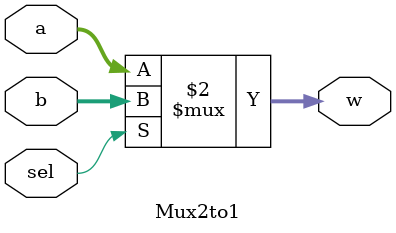
<source format=v>
module Mux2to1 (sel, a, b, w);

    input sel;
    input [31:0] a;
    input [31:0] b;
    output reg [31:0] w;

    always @* begin
        w = sel ? b : a;
    end

endmodule

</source>
